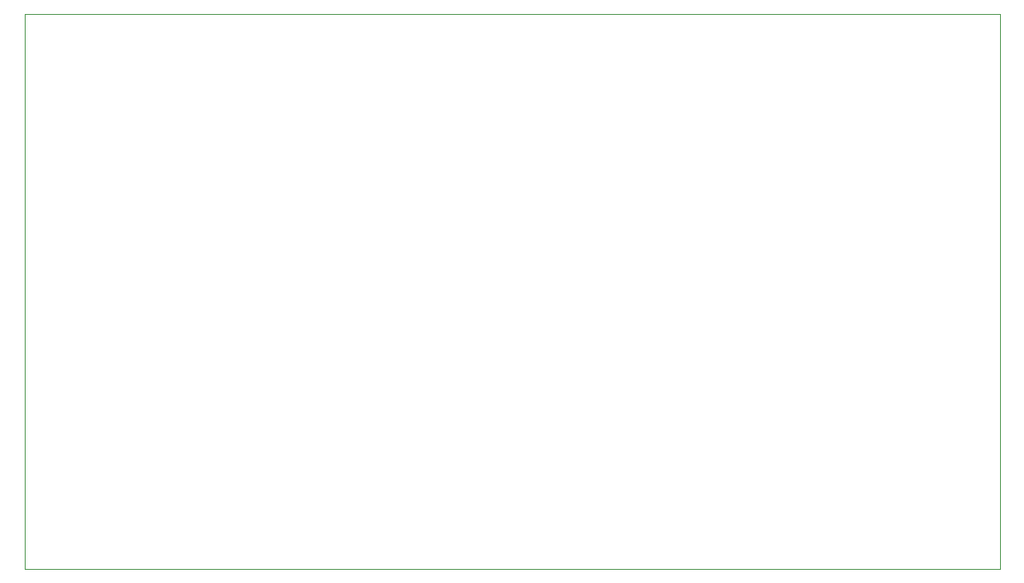
<source format=gm1>
G04 #@! TF.GenerationSoftware,KiCad,Pcbnew,(5.1.10)-1*
G04 #@! TF.CreationDate,2021-12-04T14:44:31-06:00*
G04 #@! TF.ProjectId,ESP32LedDriverV2,45535033-324c-4656-9444-726976657256,rev?*
G04 #@! TF.SameCoordinates,Original*
G04 #@! TF.FileFunction,Profile,NP*
%FSLAX46Y46*%
G04 Gerber Fmt 4.6, Leading zero omitted, Abs format (unit mm)*
G04 Created by KiCad (PCBNEW (5.1.10)-1) date 2021-12-04 14:44:31*
%MOMM*%
%LPD*%
G01*
G04 APERTURE LIST*
G04 #@! TA.AperFunction,Profile*
%ADD10C,0.038100*%
G04 #@! TD*
G04 APERTURE END LIST*
D10*
X44000000Y-62000000D02*
X144000000Y-62000000D01*
X44000000Y-119000000D02*
X44000000Y-62000000D01*
X144000000Y-62000000D02*
X144000000Y-119000000D01*
X44000000Y-119000000D02*
X144000000Y-119000000D01*
M02*

</source>
